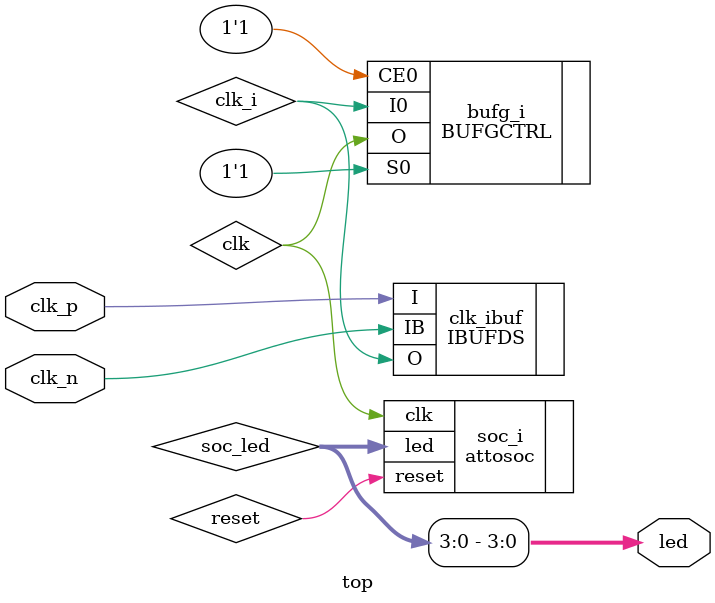
<source format=v>
module top (input clk_p, clk_n, output [3:0] led);
    wire clk_i;
    IBUFDS clk_ibuf (
        .I(clk_p),
        .IB(clk_n),
        .O(clk_i)
    );
    BUFGCTRL bufg_i (
        .I0(clk_i),
        .CE0(1'b1),
        .S0(1'b1),
        .O(clk)
    );

//`define BLINKY
`ifdef BLINKY
    reg clkdiv;
    reg [21:0] ctr;

    always @(posedge clk) {clkdiv, ctr} <= ctr + 1'b1;

    reg [3:0] led_r;

    always @(posedge clk) begin
        if (clkdiv)
            led_r <= led_r - 1'b1;
    end
    assign led = led_r;
`else
    wire [7:0] soc_led;

    attosoc soc_i(
        .clk(clk),
        .reset(reset),
        .led(soc_led)
    );

    assign led = soc_led[3:0];
`endif
endmodule
</source>
